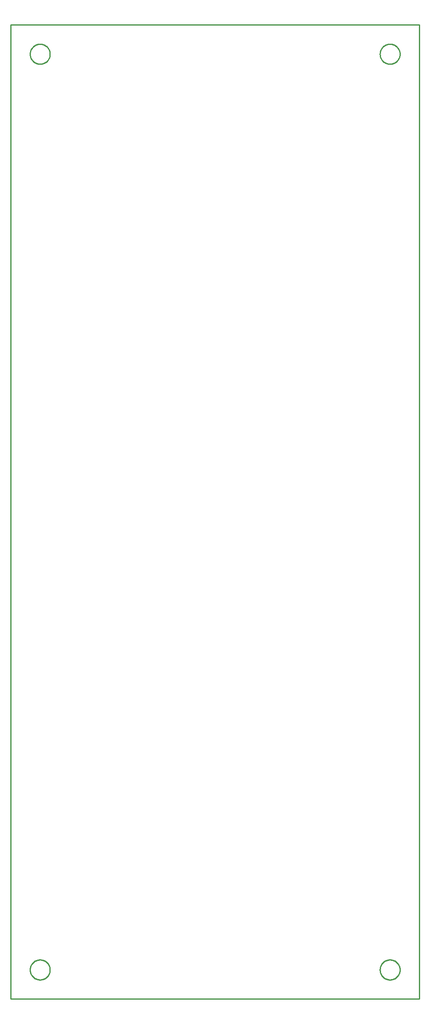
<source format=gbr>
G04 EAGLE Gerber RS-274X export*
G75*
%MOMM*%
%FSLAX34Y34*%
%LPD*%
%IN*%
%IPPOS*%
%AMOC8*
5,1,8,0,0,1.08239X$1,22.5*%
G01*
%ADD10C,0.254000*%


D10*
X0Y0D02*
X840000Y0D01*
X840000Y2000000D01*
X0Y2000000D01*
X0Y0D01*
X80500Y1939381D02*
X80425Y1938144D01*
X80276Y1936914D01*
X80053Y1935695D01*
X79756Y1934493D01*
X79388Y1933310D01*
X78948Y1932151D01*
X78440Y1931022D01*
X77864Y1929925D01*
X77223Y1928864D01*
X76519Y1927845D01*
X75755Y1926870D01*
X74934Y1925942D01*
X74058Y1925066D01*
X73130Y1924245D01*
X72155Y1923481D01*
X71136Y1922777D01*
X70075Y1922136D01*
X68978Y1921560D01*
X67849Y1921052D01*
X66690Y1920613D01*
X65507Y1920244D01*
X64305Y1919947D01*
X63086Y1919724D01*
X61856Y1919575D01*
X60619Y1919500D01*
X59381Y1919500D01*
X58144Y1919575D01*
X56914Y1919724D01*
X55695Y1919947D01*
X54493Y1920244D01*
X53310Y1920613D01*
X52151Y1921052D01*
X51022Y1921560D01*
X49925Y1922136D01*
X48864Y1922777D01*
X47845Y1923481D01*
X46870Y1924245D01*
X45942Y1925066D01*
X45066Y1925942D01*
X44245Y1926870D01*
X43481Y1927845D01*
X42777Y1928864D01*
X42136Y1929925D01*
X41560Y1931022D01*
X41052Y1932151D01*
X40613Y1933310D01*
X40244Y1934493D01*
X39947Y1935695D01*
X39724Y1936914D01*
X39575Y1938144D01*
X39500Y1939381D01*
X39500Y1940619D01*
X39575Y1941856D01*
X39724Y1943086D01*
X39947Y1944305D01*
X40244Y1945507D01*
X40613Y1946690D01*
X41052Y1947849D01*
X41560Y1948978D01*
X42136Y1950075D01*
X42777Y1951136D01*
X43481Y1952155D01*
X44245Y1953130D01*
X45066Y1954058D01*
X45942Y1954934D01*
X46870Y1955755D01*
X47845Y1956519D01*
X48864Y1957223D01*
X49925Y1957864D01*
X51022Y1958440D01*
X52151Y1958948D01*
X53310Y1959388D01*
X54493Y1959756D01*
X55695Y1960053D01*
X56914Y1960276D01*
X58144Y1960425D01*
X59381Y1960500D01*
X60619Y1960500D01*
X61856Y1960425D01*
X63086Y1960276D01*
X64305Y1960053D01*
X65507Y1959756D01*
X66690Y1959388D01*
X67849Y1958948D01*
X68978Y1958440D01*
X70075Y1957864D01*
X71136Y1957223D01*
X72155Y1956519D01*
X73130Y1955755D01*
X74058Y1954934D01*
X74934Y1954058D01*
X75755Y1953130D01*
X76519Y1952155D01*
X77223Y1951136D01*
X77864Y1950075D01*
X78440Y1948978D01*
X78948Y1947849D01*
X79388Y1946690D01*
X79756Y1945507D01*
X80053Y1944305D01*
X80276Y1943086D01*
X80425Y1941856D01*
X80500Y1940619D01*
X80500Y1939381D01*
X800500Y1939381D02*
X800425Y1938144D01*
X800276Y1936914D01*
X800053Y1935695D01*
X799756Y1934493D01*
X799388Y1933310D01*
X798948Y1932151D01*
X798440Y1931022D01*
X797864Y1929925D01*
X797223Y1928864D01*
X796519Y1927845D01*
X795755Y1926870D01*
X794934Y1925942D01*
X794058Y1925066D01*
X793130Y1924245D01*
X792155Y1923481D01*
X791136Y1922777D01*
X790075Y1922136D01*
X788978Y1921560D01*
X787849Y1921052D01*
X786690Y1920613D01*
X785507Y1920244D01*
X784305Y1919947D01*
X783086Y1919724D01*
X781856Y1919575D01*
X780619Y1919500D01*
X779381Y1919500D01*
X778144Y1919575D01*
X776914Y1919724D01*
X775695Y1919947D01*
X774493Y1920244D01*
X773310Y1920613D01*
X772151Y1921052D01*
X771022Y1921560D01*
X769925Y1922136D01*
X768864Y1922777D01*
X767845Y1923481D01*
X766870Y1924245D01*
X765942Y1925066D01*
X765066Y1925942D01*
X764245Y1926870D01*
X763481Y1927845D01*
X762777Y1928864D01*
X762136Y1929925D01*
X761560Y1931022D01*
X761052Y1932151D01*
X760613Y1933310D01*
X760244Y1934493D01*
X759947Y1935695D01*
X759724Y1936914D01*
X759575Y1938144D01*
X759500Y1939381D01*
X759500Y1940619D01*
X759575Y1941856D01*
X759724Y1943086D01*
X759947Y1944305D01*
X760244Y1945507D01*
X760613Y1946690D01*
X761052Y1947849D01*
X761560Y1948978D01*
X762136Y1950075D01*
X762777Y1951136D01*
X763481Y1952155D01*
X764245Y1953130D01*
X765066Y1954058D01*
X765942Y1954934D01*
X766870Y1955755D01*
X767845Y1956519D01*
X768864Y1957223D01*
X769925Y1957864D01*
X771022Y1958440D01*
X772151Y1958948D01*
X773310Y1959388D01*
X774493Y1959756D01*
X775695Y1960053D01*
X776914Y1960276D01*
X778144Y1960425D01*
X779381Y1960500D01*
X780619Y1960500D01*
X781856Y1960425D01*
X783086Y1960276D01*
X784305Y1960053D01*
X785507Y1959756D01*
X786690Y1959388D01*
X787849Y1958948D01*
X788978Y1958440D01*
X790075Y1957864D01*
X791136Y1957223D01*
X792155Y1956519D01*
X793130Y1955755D01*
X794058Y1954934D01*
X794934Y1954058D01*
X795755Y1953130D01*
X796519Y1952155D01*
X797223Y1951136D01*
X797864Y1950075D01*
X798440Y1948978D01*
X798948Y1947849D01*
X799388Y1946690D01*
X799756Y1945507D01*
X800053Y1944305D01*
X800276Y1943086D01*
X800425Y1941856D01*
X800500Y1940619D01*
X800500Y1939381D01*
X80500Y59381D02*
X80425Y58144D01*
X80276Y56914D01*
X80053Y55695D01*
X79756Y54493D01*
X79388Y53310D01*
X78948Y52151D01*
X78440Y51022D01*
X77864Y49925D01*
X77223Y48864D01*
X76519Y47845D01*
X75755Y46870D01*
X74934Y45942D01*
X74058Y45066D01*
X73130Y44245D01*
X72155Y43481D01*
X71136Y42777D01*
X70075Y42136D01*
X68978Y41560D01*
X67849Y41052D01*
X66690Y40613D01*
X65507Y40244D01*
X64305Y39947D01*
X63086Y39724D01*
X61856Y39575D01*
X60619Y39500D01*
X59381Y39500D01*
X58144Y39575D01*
X56914Y39724D01*
X55695Y39947D01*
X54493Y40244D01*
X53310Y40613D01*
X52151Y41052D01*
X51022Y41560D01*
X49925Y42136D01*
X48864Y42777D01*
X47845Y43481D01*
X46870Y44245D01*
X45942Y45066D01*
X45066Y45942D01*
X44245Y46870D01*
X43481Y47845D01*
X42777Y48864D01*
X42136Y49925D01*
X41560Y51022D01*
X41052Y52151D01*
X40613Y53310D01*
X40244Y54493D01*
X39947Y55695D01*
X39724Y56914D01*
X39575Y58144D01*
X39500Y59381D01*
X39500Y60619D01*
X39575Y61856D01*
X39724Y63086D01*
X39947Y64305D01*
X40244Y65507D01*
X40613Y66690D01*
X41052Y67849D01*
X41560Y68978D01*
X42136Y70075D01*
X42777Y71136D01*
X43481Y72155D01*
X44245Y73130D01*
X45066Y74058D01*
X45942Y74934D01*
X46870Y75755D01*
X47845Y76519D01*
X48864Y77223D01*
X49925Y77864D01*
X51022Y78440D01*
X52151Y78948D01*
X53310Y79388D01*
X54493Y79756D01*
X55695Y80053D01*
X56914Y80276D01*
X58144Y80425D01*
X59381Y80500D01*
X60619Y80500D01*
X61856Y80425D01*
X63086Y80276D01*
X64305Y80053D01*
X65507Y79756D01*
X66690Y79388D01*
X67849Y78948D01*
X68978Y78440D01*
X70075Y77864D01*
X71136Y77223D01*
X72155Y76519D01*
X73130Y75755D01*
X74058Y74934D01*
X74934Y74058D01*
X75755Y73130D01*
X76519Y72155D01*
X77223Y71136D01*
X77864Y70075D01*
X78440Y68978D01*
X78948Y67849D01*
X79388Y66690D01*
X79756Y65507D01*
X80053Y64305D01*
X80276Y63086D01*
X80425Y61856D01*
X80500Y60619D01*
X80500Y59381D01*
X800500Y59381D02*
X800425Y58144D01*
X800276Y56914D01*
X800053Y55695D01*
X799756Y54493D01*
X799388Y53310D01*
X798948Y52151D01*
X798440Y51022D01*
X797864Y49925D01*
X797223Y48864D01*
X796519Y47845D01*
X795755Y46870D01*
X794934Y45942D01*
X794058Y45066D01*
X793130Y44245D01*
X792155Y43481D01*
X791136Y42777D01*
X790075Y42136D01*
X788978Y41560D01*
X787849Y41052D01*
X786690Y40613D01*
X785507Y40244D01*
X784305Y39947D01*
X783086Y39724D01*
X781856Y39575D01*
X780619Y39500D01*
X779381Y39500D01*
X778144Y39575D01*
X776914Y39724D01*
X775695Y39947D01*
X774493Y40244D01*
X773310Y40613D01*
X772151Y41052D01*
X771022Y41560D01*
X769925Y42136D01*
X768864Y42777D01*
X767845Y43481D01*
X766870Y44245D01*
X765942Y45066D01*
X765066Y45942D01*
X764245Y46870D01*
X763481Y47845D01*
X762777Y48864D01*
X762136Y49925D01*
X761560Y51022D01*
X761052Y52151D01*
X760613Y53310D01*
X760244Y54493D01*
X759947Y55695D01*
X759724Y56914D01*
X759575Y58144D01*
X759500Y59381D01*
X759500Y60619D01*
X759575Y61856D01*
X759724Y63086D01*
X759947Y64305D01*
X760244Y65507D01*
X760613Y66690D01*
X761052Y67849D01*
X761560Y68978D01*
X762136Y70075D01*
X762777Y71136D01*
X763481Y72155D01*
X764245Y73130D01*
X765066Y74058D01*
X765942Y74934D01*
X766870Y75755D01*
X767845Y76519D01*
X768864Y77223D01*
X769925Y77864D01*
X771022Y78440D01*
X772151Y78948D01*
X773310Y79388D01*
X774493Y79756D01*
X775695Y80053D01*
X776914Y80276D01*
X778144Y80425D01*
X779381Y80500D01*
X780619Y80500D01*
X781856Y80425D01*
X783086Y80276D01*
X784305Y80053D01*
X785507Y79756D01*
X786690Y79388D01*
X787849Y78948D01*
X788978Y78440D01*
X790075Y77864D01*
X791136Y77223D01*
X792155Y76519D01*
X793130Y75755D01*
X794058Y74934D01*
X794934Y74058D01*
X795755Y73130D01*
X796519Y72155D01*
X797223Y71136D01*
X797864Y70075D01*
X798440Y68978D01*
X798948Y67849D01*
X799388Y66690D01*
X799756Y65507D01*
X800053Y64305D01*
X800276Y63086D01*
X800425Y61856D01*
X800500Y60619D01*
X800500Y59381D01*
M02*

</source>
